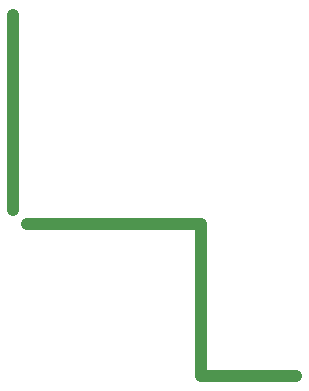
<source format=gbr>
G04 #@! TF.FileFunction,Drawing*
%FSLAX46Y46*%
G04 Gerber Fmt 4.6, Leading zero omitted, Abs format (unit mm)*
G04 Created by KiCad (PCBNEW 4.0.7) date Thu Apr 26 00:57:05 2018*
%MOMM*%
%LPD*%
G01*
G04 APERTURE LIST*
%ADD10C,0.100000*%
%ADD11C,1.000000*%
G04 APERTURE END LIST*
D10*
D11*
X37000000Y-37800000D02*
X45000000Y-37800000D01*
X37000000Y-24925000D02*
X37000000Y-37800000D01*
X22249979Y-24925000D02*
X37000000Y-24925000D01*
X21075000Y-7250000D02*
X21075000Y-23750000D01*
M02*

</source>
